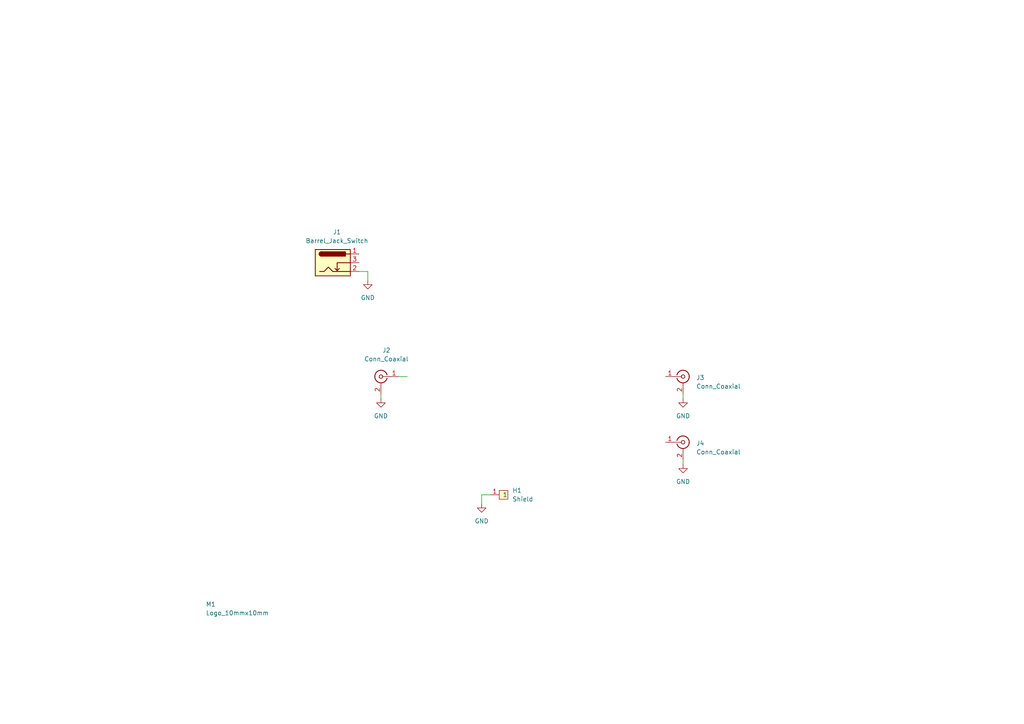
<source format=kicad_sch>
(kicad_sch (version 20211123) (generator eeschema)

  (uuid 634c3d52-4e2b-44f3-8a80-840efbe863f1)

  (paper "A4")

  (lib_symbols
    (symbol "Connector:Barrel_Jack_Switch" (pin_names hide) (in_bom yes) (on_board yes)
      (property "Reference" "J" (id 0) (at 0 5.334 0)
        (effects (font (size 1.27 1.27)))
      )
      (property "Value" "Barrel_Jack_Switch" (id 1) (at 0 -5.08 0)
        (effects (font (size 1.27 1.27)))
      )
      (property "Footprint" "" (id 2) (at 1.27 -1.016 0)
        (effects (font (size 1.27 1.27)) hide)
      )
      (property "Datasheet" "~" (id 3) (at 1.27 -1.016 0)
        (effects (font (size 1.27 1.27)) hide)
      )
      (property "ki_keywords" "DC power barrel jack connector" (id 4) (at 0 0 0)
        (effects (font (size 1.27 1.27)) hide)
      )
      (property "ki_description" "DC Barrel Jack with an internal switch" (id 5) (at 0 0 0)
        (effects (font (size 1.27 1.27)) hide)
      )
      (property "ki_fp_filters" "BarrelJack*" (id 6) (at 0 0 0)
        (effects (font (size 1.27 1.27)) hide)
      )
      (symbol "Barrel_Jack_Switch_0_1"
        (rectangle (start -5.08 3.81) (end 5.08 -3.81)
          (stroke (width 0.254) (type default) (color 0 0 0 0))
          (fill (type background))
        )
        (arc (start -3.302 3.175) (mid -3.937 2.54) (end -3.302 1.905)
          (stroke (width 0.254) (type default) (color 0 0 0 0))
          (fill (type none))
        )
        (arc (start -3.302 3.175) (mid -3.937 2.54) (end -3.302 1.905)
          (stroke (width 0.254) (type default) (color 0 0 0 0))
          (fill (type outline))
        )
        (polyline
          (pts
            (xy 1.27 -2.286)
            (xy 1.905 -1.651)
          )
          (stroke (width 0.254) (type default) (color 0 0 0 0))
          (fill (type none))
        )
        (polyline
          (pts
            (xy 5.08 2.54)
            (xy 3.81 2.54)
          )
          (stroke (width 0.254) (type default) (color 0 0 0 0))
          (fill (type none))
        )
        (polyline
          (pts
            (xy 5.08 0)
            (xy 1.27 0)
            (xy 1.27 -2.286)
            (xy 0.635 -1.651)
          )
          (stroke (width 0.254) (type default) (color 0 0 0 0))
          (fill (type none))
        )
        (polyline
          (pts
            (xy -3.81 -2.54)
            (xy -2.54 -2.54)
            (xy -1.27 -1.27)
            (xy 0 -2.54)
            (xy 2.54 -2.54)
            (xy 5.08 -2.54)
          )
          (stroke (width 0.254) (type default) (color 0 0 0 0))
          (fill (type none))
        )
        (rectangle (start 3.683 3.175) (end -3.302 1.905)
          (stroke (width 0.254) (type default) (color 0 0 0 0))
          (fill (type outline))
        )
      )
      (symbol "Barrel_Jack_Switch_1_1"
        (pin passive line (at 7.62 2.54 180) (length 2.54)
          (name "~" (effects (font (size 1.27 1.27))))
          (number "1" (effects (font (size 1.27 1.27))))
        )
        (pin passive line (at 7.62 -2.54 180) (length 2.54)
          (name "~" (effects (font (size 1.27 1.27))))
          (number "2" (effects (font (size 1.27 1.27))))
        )
        (pin passive line (at 7.62 0 180) (length 2.54)
          (name "~" (effects (font (size 1.27 1.27))))
          (number "3" (effects (font (size 1.27 1.27))))
        )
      )
    )
    (symbol "Connector:Conn_Coaxial" (pin_names (offset 1.016) hide) (in_bom yes) (on_board yes)
      (property "Reference" "J" (id 0) (at 0.254 3.048 0)
        (effects (font (size 1.27 1.27)))
      )
      (property "Value" "Conn_Coaxial" (id 1) (at 2.921 0 90)
        (effects (font (size 1.27 1.27)))
      )
      (property "Footprint" "" (id 2) (at 0 0 0)
        (effects (font (size 1.27 1.27)) hide)
      )
      (property "Datasheet" " ~" (id 3) (at 0 0 0)
        (effects (font (size 1.27 1.27)) hide)
      )
      (property "ki_keywords" "BNC SMA SMB SMC LEMO coaxial connector CINCH RCA" (id 4) (at 0 0 0)
        (effects (font (size 1.27 1.27)) hide)
      )
      (property "ki_description" "coaxial connector (BNC, SMA, SMB, SMC, Cinch/RCA, LEMO, ...)" (id 5) (at 0 0 0)
        (effects (font (size 1.27 1.27)) hide)
      )
      (property "ki_fp_filters" "*BNC* *SMA* *SMB* *SMC* *Cinch* *LEMO*" (id 6) (at 0 0 0)
        (effects (font (size 1.27 1.27)) hide)
      )
      (symbol "Conn_Coaxial_0_1"
        (arc (start -1.778 -0.508) (mid 0.222 -1.808) (end 1.778 0)
          (stroke (width 0.254) (type default) (color 0 0 0 0))
          (fill (type none))
        )
        (polyline
          (pts
            (xy -2.54 0)
            (xy -0.508 0)
          )
          (stroke (width 0) (type default) (color 0 0 0 0))
          (fill (type none))
        )
        (polyline
          (pts
            (xy 0 -2.54)
            (xy 0 -1.778)
          )
          (stroke (width 0) (type default) (color 0 0 0 0))
          (fill (type none))
        )
        (circle (center 0 0) (radius 0.508)
          (stroke (width 0.2032) (type default) (color 0 0 0 0))
          (fill (type none))
        )
        (arc (start 1.778 0) (mid 0.2221 1.8083) (end -1.778 0.508)
          (stroke (width 0.254) (type default) (color 0 0 0 0))
          (fill (type none))
        )
      )
      (symbol "Conn_Coaxial_1_1"
        (pin passive line (at -5.08 0 0) (length 2.54)
          (name "In" (effects (font (size 1.27 1.27))))
          (number "1" (effects (font (size 1.27 1.27))))
        )
        (pin passive line (at 0 -5.08 90) (length 2.54)
          (name "Ext" (effects (font (size 1.27 1.27))))
          (number "2" (effects (font (size 1.27 1.27))))
        )
      )
    )
    (symbol "Misc_WUT:Logo_10mmx10mm" (pin_names (offset 1.016)) (in_bom no) (on_board yes)
      (property "Reference" "M" (id 0) (at 0 1.27 0)
        (effects (font (size 1.27 1.27)))
      )
      (property "Value" "Logo_10mmx10mm" (id 1) (at 0 -1.27 0)
        (effects (font (size 1.27 1.27)))
      )
      (property "Footprint" "Misc_WUT:Logo_10mmx10mm" (id 2) (at 0 0 0)
        (effects (font (size 1.27 1.27)) hide)
      )
      (property "Datasheet" "" (id 3) (at 0 0 0)
        (effects (font (size 1.27 1.27)) hide)
      )
    )
    (symbol "Shield_WUT:Shield" (pin_names (offset 1.016)) (in_bom yes) (on_board yes)
      (property "Reference" "H" (id 0) (at 0 -2.54 0)
        (effects (font (size 1.27 1.27)))
      )
      (property "Value" "Shield" (id 1) (at 0 2.54 0)
        (effects (font (size 1.27 1.27)))
      )
      (property "Footprint" "" (id 2) (at 0 0 0)
        (effects (font (size 1.27 1.27)) hide)
      )
      (property "Datasheet" "" (id 3) (at 0 0 0)
        (effects (font (size 1.27 1.27)) hide)
      )
      (symbol "Shield_0_1"
        (rectangle (start 0 -1.27) (end 2.54 1.27)
          (stroke (width 0) (type default) (color 0 0 0 0))
          (fill (type background))
        )
      )
      (symbol "Shield_1_1"
        (pin passive line (at -2.54 0 0) (length 2.54)
          (name "1" (effects (font (size 1.27 1.27))))
          (number "1" (effects (font (size 1.27 1.27))))
        )
      )
    )
    (symbol "power:GND" (power) (pin_names (offset 0)) (in_bom yes) (on_board yes)
      (property "Reference" "#PWR" (id 0) (at 0 -6.35 0)
        (effects (font (size 1.27 1.27)) hide)
      )
      (property "Value" "GND" (id 1) (at 0 -3.81 0)
        (effects (font (size 1.27 1.27)))
      )
      (property "Footprint" "" (id 2) (at 0 0 0)
        (effects (font (size 1.27 1.27)) hide)
      )
      (property "Datasheet" "" (id 3) (at 0 0 0)
        (effects (font (size 1.27 1.27)) hide)
      )
      (property "ki_keywords" "power-flag" (id 4) (at 0 0 0)
        (effects (font (size 1.27 1.27)) hide)
      )
      (property "ki_description" "Power symbol creates a global label with name \"GND\" , ground" (id 5) (at 0 0 0)
        (effects (font (size 1.27 1.27)) hide)
      )
      (symbol "GND_0_1"
        (polyline
          (pts
            (xy 0 0)
            (xy 0 -1.27)
            (xy 1.27 -1.27)
            (xy 0 -2.54)
            (xy -1.27 -1.27)
            (xy 0 -1.27)
          )
          (stroke (width 0) (type default) (color 0 0 0 0))
          (fill (type none))
        )
      )
      (symbol "GND_1_1"
        (pin power_in line (at 0 0 270) (length 0) hide
          (name "GND" (effects (font (size 1.27 1.27))))
          (number "1" (effects (font (size 1.27 1.27))))
        )
      )
    )
  )


  (wire (pts (xy 104.14 78.74) (xy 106.68 78.74))
    (stroke (width 0) (type default) (color 0 0 0 0))
    (uuid 026b43e4-9790-4acf-8725-b8f51240744e)
  )
  (wire (pts (xy 106.68 78.74) (xy 106.68 81.28))
    (stroke (width 0) (type default) (color 0 0 0 0))
    (uuid 026b43e4-9790-4acf-8725-b8f51240744f)
  )
  (wire (pts (xy 139.7 143.51) (xy 142.24 143.51))
    (stroke (width 0) (type default) (color 0 0 0 0))
    (uuid 3d377e1b-3a5b-4ff5-a747-414d41110c7d)
  )
  (wire (pts (xy 139.7 146.05) (xy 139.7 143.51))
    (stroke (width 0) (type default) (color 0 0 0 0))
    (uuid 3d377e1b-3a5b-4ff5-a747-414d41110c7e)
  )
  (wire (pts (xy 115.57 109.22) (xy 118.11 109.22))
    (stroke (width 0) (type solid) (color 0 0 0 0))
    (uuid 8e5220d9-49b0-471f-9c19-bfccf9dfe9fb)
  )
  (wire (pts (xy 110.49 114.3) (xy 110.49 115.57))
    (stroke (width 0) (type default) (color 0 0 0 0))
    (uuid 9f8e711b-0097-413e-8e7a-6752b566a49b)
  )
  (wire (pts (xy 198.12 114.3) (xy 198.12 115.57))
    (stroke (width 0) (type default) (color 0 0 0 0))
    (uuid af712e90-6074-49ef-ab54-211445cfcc90)
  )
  (wire (pts (xy 198.12 133.35) (xy 198.12 134.62))
    (stroke (width 0) (type default) (color 0 0 0 0))
    (uuid f491ba49-2cd5-492f-87cd-310016555463)
  )

  (symbol (lib_id "Shield_WUT:Shield") (at 144.78 143.51 0) (unit 1)
    (in_bom yes) (on_board yes) (fields_autoplaced)
    (uuid 06d0c04f-e37c-4049-bffb-cc5ce7a087ab)
    (property "Reference" "H1" (id 0) (at 148.59 142.2399 0)
      (effects (font (size 1.27 1.27)) (justify left))
    )
    (property "Value" "Shield" (id 1) (at 148.59 144.7799 0)
      (effects (font (size 1.27 1.27)) (justify left))
    )
    (property "Footprint" "Shield_WUT:Shield_Masah_MS257-10_25.7x25.7x6.5mm_TH" (id 2) (at 144.78 143.51 0)
      (effects (font (size 1.27 1.27)) hide)
    )
    (property "Datasheet" "" (id 3) (at 144.78 143.51 0)
      (effects (font (size 1.27 1.27)) hide)
    )
    (pin "1" (uuid 76229a2b-adcd-4d5f-bd1d-f13bbe68f093))
  )

  (symbol (lib_id "power:GND") (at 198.12 115.57 0) (unit 1)
    (in_bom yes) (on_board yes) (fields_autoplaced)
    (uuid 16eb34b7-548c-4ada-a892-a13cb4d5eac9)
    (property "Reference" "#PWR09" (id 0) (at 198.12 121.92 0)
      (effects (font (size 1.27 1.27)) hide)
    )
    (property "Value" "GND" (id 1) (at 198.12 120.65 0))
    (property "Footprint" "" (id 2) (at 198.12 115.57 0)
      (effects (font (size 1.27 1.27)) hide)
    )
    (property "Datasheet" "" (id 3) (at 198.12 115.57 0)
      (effects (font (size 1.27 1.27)) hide)
    )
    (pin "1" (uuid 24d29647-3c8a-4aba-b754-6a58a9306bfb))
  )

  (symbol (lib_id "Connector:Conn_Coaxial") (at 198.12 128.27 0) (unit 1)
    (in_bom yes) (on_board yes) (fields_autoplaced)
    (uuid 42f1e4fc-bb41-4c6d-bc01-a81a1078ae4b)
    (property "Reference" "J4" (id 0) (at 201.93 128.5747 0)
      (effects (font (size 1.27 1.27)) (justify left))
    )
    (property "Value" "Conn_Coaxial" (id 1) (at 201.93 131.1147 0)
      (effects (font (size 1.27 1.27)) (justify left))
    )
    (property "Footprint" "Connector_WUT:SMA_Linx_CONSMA002-L-G_Horizontal" (id 2) (at 198.12 128.27 0)
      (effects (font (size 1.27 1.27)) hide)
    )
    (property "Datasheet" " ~" (id 3) (at 198.12 128.27 0)
      (effects (font (size 1.27 1.27)) hide)
    )
    (pin "1" (uuid 0b4d4aa7-cbe4-4651-abc6-47887ebd8c13))
    (pin "2" (uuid c7a86b02-2aaf-4a58-be9b-6de1f3a2a9b1))
  )

  (symbol (lib_id "Connector:Conn_Coaxial") (at 198.12 109.22 0) (unit 1)
    (in_bom yes) (on_board yes) (fields_autoplaced)
    (uuid 668320b9-386c-43ef-a0e7-f9d6c39ff3f7)
    (property "Reference" "J3" (id 0) (at 201.93 109.5247 0)
      (effects (font (size 1.27 1.27)) (justify left))
    )
    (property "Value" "Conn_Coaxial" (id 1) (at 201.93 112.0647 0)
      (effects (font (size 1.27 1.27)) (justify left))
    )
    (property "Footprint" "Connector_WUT:SMA_Linx_CONSMA002-L-G_Horizontal" (id 2) (at 198.12 109.22 0)
      (effects (font (size 1.27 1.27)) hide)
    )
    (property "Datasheet" " ~" (id 3) (at 198.12 109.22 0)
      (effects (font (size 1.27 1.27)) hide)
    )
    (pin "1" (uuid e3d4ec1c-8383-44c3-b6e1-af835877e5d1))
    (pin "2" (uuid bd9d8e58-c057-488d-a7d5-7192c607325f))
  )

  (symbol (lib_id "power:GND") (at 198.12 134.62 0) (unit 1)
    (in_bom yes) (on_board yes) (fields_autoplaced)
    (uuid 6e4d5860-58ee-4087-bd4b-ad35db001338)
    (property "Reference" "#PWR0101" (id 0) (at 198.12 140.97 0)
      (effects (font (size 1.27 1.27)) hide)
    )
    (property "Value" "GND" (id 1) (at 198.12 139.7 0))
    (property "Footprint" "" (id 2) (at 198.12 134.62 0)
      (effects (font (size 1.27 1.27)) hide)
    )
    (property "Datasheet" "" (id 3) (at 198.12 134.62 0)
      (effects (font (size 1.27 1.27)) hide)
    )
    (pin "1" (uuid 00d76577-cf97-4ac9-bd06-d04ace104360))
  )

  (symbol (lib_id "power:GND") (at 110.49 115.57 0) (unit 1)
    (in_bom yes) (on_board yes) (fields_autoplaced)
    (uuid 798d4ff6-6c47-4544-88de-394899e2ea65)
    (property "Reference" "#PWR08" (id 0) (at 110.49 121.92 0)
      (effects (font (size 1.27 1.27)) hide)
    )
    (property "Value" "GND" (id 1) (at 110.49 120.65 0))
    (property "Footprint" "" (id 2) (at 110.49 115.57 0)
      (effects (font (size 1.27 1.27)) hide)
    )
    (property "Datasheet" "" (id 3) (at 110.49 115.57 0)
      (effects (font (size 1.27 1.27)) hide)
    )
    (pin "1" (uuid 00390668-8943-48cf-abbc-557bc365303b))
  )

  (symbol (lib_id "power:GND") (at 106.68 81.28 0) (unit 1)
    (in_bom yes) (on_board yes) (fields_autoplaced)
    (uuid 9afe63c7-0b7d-42ec-95f8-eca0364ca03f)
    (property "Reference" "#PWR02" (id 0) (at 106.68 87.63 0)
      (effects (font (size 1.27 1.27)) hide)
    )
    (property "Value" "GND" (id 1) (at 106.68 86.36 0))
    (property "Footprint" "" (id 2) (at 106.68 81.28 0)
      (effects (font (size 1.27 1.27)) hide)
    )
    (property "Datasheet" "" (id 3) (at 106.68 81.28 0)
      (effects (font (size 1.27 1.27)) hide)
    )
    (pin "1" (uuid e1a71bc6-8dcf-4a31-b591-433434c33f4c))
  )

  (symbol (lib_id "Misc_WUT:Logo_10mmx10mm") (at 58.42 176.53 0) (unit 1)
    (in_bom no) (on_board yes) (fields_autoplaced)
    (uuid a5cff95b-ff4c-4ebd-a886-b64b2a629dfb)
    (property "Reference" "M1" (id 0) (at 59.69 175.2599 0)
      (effects (font (size 1.27 1.27)) (justify left))
    )
    (property "Value" "Logo_10mmx10mm" (id 1) (at 59.69 177.7999 0)
      (effects (font (size 1.27 1.27)) (justify left))
    )
    (property "Footprint" "Misc_WUT:Logo_10mmx10mm" (id 2) (at 58.42 176.53 0)
      (effects (font (size 1.27 1.27)) hide)
    )
    (property "Datasheet" "" (id 3) (at 58.42 176.53 0)
      (effects (font (size 1.27 1.27)) hide)
    )
  )

  (symbol (lib_id "power:GND") (at 139.7 146.05 0) (unit 1)
    (in_bom yes) (on_board yes) (fields_autoplaced)
    (uuid afdb87fd-330e-4003-8f35-8ba7b4cfae1b)
    (property "Reference" "#PWR013" (id 0) (at 139.7 152.4 0)
      (effects (font (size 1.27 1.27)) hide)
    )
    (property "Value" "GND" (id 1) (at 139.7 151.13 0))
    (property "Footprint" "" (id 2) (at 139.7 146.05 0)
      (effects (font (size 1.27 1.27)) hide)
    )
    (property "Datasheet" "" (id 3) (at 139.7 146.05 0)
      (effects (font (size 1.27 1.27)) hide)
    )
    (pin "1" (uuid e0b35c66-6e13-48d5-9a27-44833fe28034))
  )

  (symbol (lib_id "Connector:Barrel_Jack_Switch") (at 96.52 76.2 0) (unit 1)
    (in_bom yes) (on_board yes) (fields_autoplaced)
    (uuid d9a64af2-cfbd-4df0-a89a-4ac1af37f901)
    (property "Reference" "J1" (id 0) (at 97.7265 67.31 0))
    (property "Value" "Barrel_Jack_Switch" (id 1) (at 97.7265 69.85 0))
    (property "Footprint" "Connector_WUT:Barrel-Jack_Cliff_FC681478_TH" (id 2) (at 97.79 77.216 0)
      (effects (font (size 1.27 1.27)) hide)
    )
    (property "Datasheet" "~" (id 3) (at 97.79 77.216 0)
      (effects (font (size 1.27 1.27)) hide)
    )
    (pin "1" (uuid c3b8feb3-3b17-40bf-9631-c6b26b421ed2))
    (pin "2" (uuid d3938d37-5fc4-460b-bc83-ee8351590e2e))
    (pin "3" (uuid e329b16f-2808-4c14-9a03-324fe496643e))
  )

  (symbol (lib_id "Connector:Conn_Coaxial") (at 110.49 109.22 0) (mirror y) (unit 1)
    (in_bom yes) (on_board yes) (fields_autoplaced)
    (uuid e70ca4dd-2a11-438f-8418-f131557f7d41)
    (property "Reference" "J2" (id 0) (at 112.0775 101.6 0))
    (property "Value" "Conn_Coaxial" (id 1) (at 112.0775 104.14 0))
    (property "Footprint" "Connector_WUT:SMA_Linx_CONSMA002-L-G_Horizontal" (id 2) (at 110.49 109.22 0)
      (effects (font (size 1.27 1.27)) hide)
    )
    (property "Datasheet" " ~" (id 3) (at 110.49 109.22 0)
      (effects (font (size 1.27 1.27)) hide)
    )
    (pin "1" (uuid e38df80a-99ca-445e-9cd9-72a39f53677c))
    (pin "2" (uuid 0d79a853-7d1b-4957-847d-ca654b350c8b))
  )

  (sheet_instances
    (path "/" (page "1"))
  )

  (symbol_instances
    (path "/9afe63c7-0b7d-42ec-95f8-eca0364ca03f"
      (reference "#PWR02") (unit 1) (value "GND") (footprint "")
    )
    (path "/798d4ff6-6c47-4544-88de-394899e2ea65"
      (reference "#PWR08") (unit 1) (value "GND") (footprint "")
    )
    (path "/16eb34b7-548c-4ada-a892-a13cb4d5eac9"
      (reference "#PWR09") (unit 1) (value "GND") (footprint "")
    )
    (path "/afdb87fd-330e-4003-8f35-8ba7b4cfae1b"
      (reference "#PWR013") (unit 1) (value "GND") (footprint "")
    )
    (path "/6e4d5860-58ee-4087-bd4b-ad35db001338"
      (reference "#PWR0101") (unit 1) (value "GND") (footprint "")
    )
    (path "/06d0c04f-e37c-4049-bffb-cc5ce7a087ab"
      (reference "H1") (unit 1) (value "Shield") (footprint "Shield_WUT:Shield_Masah_MS257-10_25.7x25.7x6.5mm_TH")
    )
    (path "/d9a64af2-cfbd-4df0-a89a-4ac1af37f901"
      (reference "J1") (unit 1) (value "Barrel_Jack_Switch") (footprint "Connector_WUT:Barrel-Jack_Cliff_FC681478_TH")
    )
    (path "/e70ca4dd-2a11-438f-8418-f131557f7d41"
      (reference "J2") (unit 1) (value "Conn_Coaxial") (footprint "Connector_WUT:SMA_Linx_CONSMA002-L-G_Horizontal")
    )
    (path "/668320b9-386c-43ef-a0e7-f9d6c39ff3f7"
      (reference "J3") (unit 1) (value "Conn_Coaxial") (footprint "Connector_WUT:SMA_Linx_CONSMA002-L-G_Horizontal")
    )
    (path "/42f1e4fc-bb41-4c6d-bc01-a81a1078ae4b"
      (reference "J4") (unit 1) (value "Conn_Coaxial") (footprint "Connector_WUT:SMA_Linx_CONSMA002-L-G_Horizontal")
    )
    (path "/a5cff95b-ff4c-4ebd-a886-b64b2a629dfb"
      (reference "M1") (unit 1) (value "Logo_10mmx10mm") (footprint "Misc_WUT:Logo_10mmx10mm")
    )
  )
)

</source>
